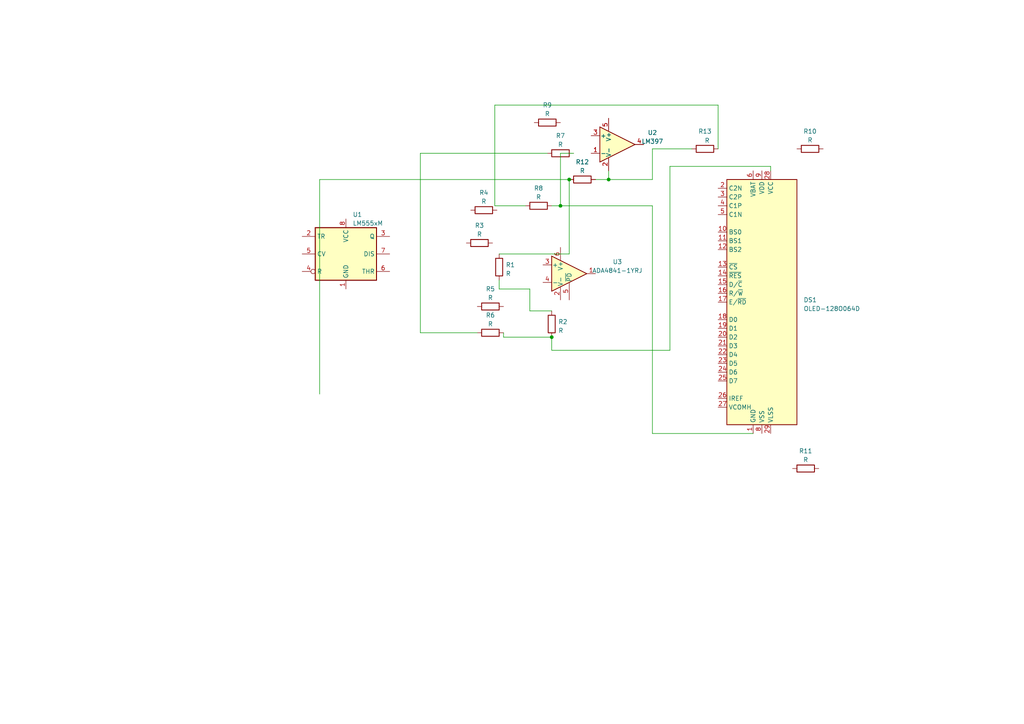
<source format=kicad_sch>
(kicad_sch (version 20231120) (generator "eeschema") (generator_version "8.0")
  (paper "A4")
  (lib_symbols
    (symbol "Amplifier_Operational:ADA4841-1YRJ" (pin_names (offset 0.127))
      (property "Reference" "U" (at 3.81 3.81 0))
      (property "Value" "ADA4841-1YRJ" (at 8.89 -3.81 0))
      (symbol "ADA4841-1YRJ_1_1"
        (polyline (pts (xy -5.08 5.08) (xy 5.08 0) (xy -5.08 -5.08) (xy -5.08 5.08)) (stroke (width 0.254)) (fill (type background)))
        (pin output line (at 7.62 0 180) (length 2.54) (name "~") (number "1"))
        (pin power_in line (at -2.54 -7.62 90) (length 3.81) (name "V-") (number "2"))
        (pin input line (at -7.62 2.54 0) (length 2.54) (name "+") (number "3"))
        (pin input line (at -7.62 -2.54 0) (length 2.54) (name "-") (number "4"))
        (pin input line (at 0 -7.62 90) (length 5.08) (name "~{PD}") (number "5"))
        (pin power_in line (at -2.54 7.62 270) (length 3.81) (name "V+") (number "6"))
      )
    )
    (symbol "Comparator:LM397" (pin_names (offset 0.127))
      (property "Reference" "U" (at 1.27 5.08 0))
      (property "Value" "LM397" (at 3.81 -5.08 0))
      (symbol "LM397_0_1"
        (polyline (pts (xy -5.08 5.08) (xy 5.08 0) (xy -5.08 -5.08) (xy -5.08 5.08)) (stroke (width 0.254)) (fill (type background)))
      )
      (symbol "LM397_1_1"
        (pin input line (at -7.62 -2.54 0) (length 2.54) (name "-") (number "1"))
        (pin power_in line (at -2.54 -7.62 90) (length 3.81) (name "V-") (number "2"))
        (pin input line (at -7.62 2.54 0) (length 2.54) (name "+") (number "3"))
        (pin open_collector line (at 7.62 0 180) (length 2.54) (name "~") (number "4"))
        (pin power_in line (at -2.54 7.62 270) (length 3.81) (name "V+") (number "5"))
      )
    )
    (symbol "Device:R" (pin_numbers hide) (pin_names (offset 0))
      (property "Reference" "R" (at 2.032 0 90))
      (property "Value" "R" (at 0 0 90))
      (symbol "R_0_1"
        (rectangle (start -1.016 -2.54) (end 1.016 2.54) (stroke (width 0.254)))
      )
      (symbol "R_1_1"
        (pin passive line (at 0 3.81 270) (length 1.27) (name "~") (number "1"))
        (pin passive line (at 0 -3.81 90) (length 1.27) (name "~") (number "2"))
      )
    )
    (symbol "Display_Graphic:OLED-128O064D"
      (property "Reference" "DS" (at -10.16 38.1 0))
      (property "Value" "OLED-128O064D" (at 12.7 38.1 0))
      (symbol "OLED-128O064D_0_1"
        (rectangle (start -10.16 35.56) (end 10.16 -35.56) (stroke (width 0.254)) (fill (type background)))
      )
      (symbol "OLED-128O064D_1_1"
        (pin power_in line (at -2.54 -38.1 90) (length 2.54) (name "GND") (number "1"))
        (pin input line (at -12.7 20.32 0) (length 2.54) (name "BS0") (number "10"))
        (pin input line (at -12.7 17.78 0) (length 2.54) (name "BS1") (number "11"))
        (pin input line (at -12.7 15.24 0) (length 2.54) (name "BS2") (number "12"))
        (pin input line (at -12.7 10.16 0) (length 2.54) (name "~{CS}") (number "13"))
        (pin input line (at -12.7 7.62 0) (length 2.54) (name "~{RES}") (number "14"))
        (pin input line (at -12.7 5.08 0) (length 2.54) (name "D/~{C}") (number "15"))
        (pin input line (at -12.7 2.54 0) (length 2.54) (name "R/~{W}") (number "16"))
        (pin input line (at -12.7 0 0) (length 2.54) (name "E/~{RD}") (number "17"))
        (pin bidirectional line (at -12.7 -5.08 0) (length 2.54) (name "D0") (number "18"))
        (pin bidirectional line (at -12.7 -7.62 0) (length 2.54) (name "D1") (number "19"))
        (pin passive line (at -12.7 33.02 0) (length 2.54) (name "C2N") (number "2"))
        (pin bidirectional line (at -12.7 -10.16 0) (length 2.54) (name "D2") (number "20"))
        (pin bidirectional line (at -12.7 -12.7 0) (length 2.54) (name "D3") (number "21"))
        (pin bidirectional line (at -12.7 -15.24 0) (length 2.54) (name "D4") (number "22"))
        (pin bidirectional line (at -12.7 -17.78 0) (length 2.54) (name "D5") (number "23"))
        (pin bidirectional line (at -12.7 -20.32 0) (length 2.54) (name "D6") (number "24"))
        (pin bidirectional line (at -12.7 -22.86 0) (length 2.54) (name "D7") (number "25"))
        (pin passive line (at -12.7 -27.94 0) (length 2.54) (name "IREF") (number "26"))
        (pin passive line (at -12.7 -30.48 0) (length 2.54) (name "VCOMH") (number "27"))
        (pin power_in line (at 2.54 38.1 270) (length 2.54) (name "VCC") (number "28"))
        (pin power_in line (at 2.54 -38.1 90) (length 2.54) (name "VLSS") (number "29"))
        (pin passive line (at -12.7 30.48 0) (length 2.54) (name "C2P") (number "3"))
        (pin passive line (at -2.54 -38.1 90) (length 2.54) hide (name "GND") (number "30"))
        (pin passive line (at -12.7 27.94 0) (length 2.54) (name "C1P") (number "4"))
        (pin passive line (at -12.7 25.4 0) (length 2.54) (name "C1N") (number "5"))
        (pin power_in line (at -2.54 38.1 270) (length 2.54) (name "VBAT") (number "6"))
        (pin no_connect line (at 10.16 0 180) (length 2.54) hide (name "NC") (number "7"))
        (pin power_in line (at 0 -38.1 90) (length 2.54) (name "VSS") (number "8"))
        (pin power_in line (at 0 38.1 270) (length 2.54) (name "VDD") (number "9"))
      )
    )
    (symbol "Timer:LM555xM"
      (property "Reference" "U" (at -10.16 8.89 0))
      (property "Value" "LM555xM" (at 2.54 8.89 0))
      (symbol "LM555xM_0_0"
        (pin power_in line (at 0 -10.16 90) (length 2.54) (name "GND") (number "1"))
        (pin power_in line (at 0 10.16 270) (length 2.54) (name "VCC") (number "8"))
      )
      (symbol "LM555xM_0_1"
        (rectangle (start -8.89 -7.62) (end 8.89 7.62) (stroke (width 0.254)) (fill (type background)))
        (rectangle (start -8.89 -7.62) (end 8.89 7.62) (stroke (width 0.254)) (fill (type background)))
      )
      (symbol "LM555xM_1_1"
        (pin input line (at -12.7 5.08 0) (length 3.81) (name "TR") (number "2"))
        (pin output line (at 12.7 5.08 180) (length 3.81) (name "Q") (number "3"))
        (pin input inverted (at -12.7 -5.08 0) (length 3.81) (name "R") (number "4"))
        (pin input line (at -12.7 0 0) (length 3.81) (name "CV") (number "5"))
        (pin input line (at 12.7 -5.08 180) (length 3.81) (name "THR") (number "6"))
        (pin input line (at 12.7 0 180) (length 3.81) (name "DIS") (number "7"))
      )
    )
  )
  (junction (at 162.56 59.69))
  (junction (at 165.1 52.07))
  (junction (at 176.53 52.07))
  (junction (at 160.02 97.79))
  (wire (pts (xy 189.23 52.07) (xy 176.53 52.07)))
  (wire (pts (xy 162.56 44.45) (xy 162.56 59.69)))
  (wire (pts (xy 176.53 49.53) (xy 176.53 52.07)))
  (wire (pts (xy 121.92 96.52) (xy 121.92 44.45)))
  (wire (pts (xy 92.71 114.3) (xy 92.71 52.07)))
  (wire (pts (xy 143.51 59.69) (xy 152.4 59.69)))
  (wire (pts (xy 153.67 83.82) (xy 153.67 90.17)))
  (wire (pts (xy 218.44 125.73) (xy 189.23 125.73)))
  (wire (pts (xy 166.37 44.45) (xy 162.56 44.45)))
  (wire (pts (xy 208.28 43.18) (xy 208.28 30.48)))
  (wire (pts (xy 189.23 43.18) (xy 189.23 52.07)))
  (wire (pts (xy 121.92 44.45) (xy 158.75 44.45)))
  (wire (pts (xy 144.78 83.82) (xy 153.67 83.82)))
  (wire (pts (xy 153.67 90.17) (xy 160.02 90.17)))
  (wire (pts (xy 223.52 48.26) (xy 223.52 49.53)))
  (wire (pts (xy 189.23 59.69) (xy 162.56 59.69)))
  (wire (pts (xy 200.66 43.18) (xy 189.23 43.18)))
  (wire (pts (xy 172.72 52.07) (xy 176.53 52.07)))
  (wire (pts (xy 144.78 73.66) (xy 165.1 73.66)))
  (wire (pts (xy 92.71 52.07) (xy 165.1 52.07)))
  (wire (pts (xy 165.1 73.66) (xy 165.1 52.07)))
  (wire (pts (xy 160.02 101.6) (xy 160.02 97.79)))
  (wire (pts (xy 144.78 81.28) (xy 144.78 83.82)))
  (wire (pts (xy 143.51 30.48) (xy 143.51 59.69)))
  (wire (pts (xy 223.52 48.26) (xy 194.31 48.26)))
  (wire (pts (xy 162.56 59.69) (xy 160.02 59.69)))
  (wire (pts (xy 189.23 125.73) (xy 189.23 59.69)))
  (wire (pts (xy 194.31 101.6) (xy 160.02 101.6)))
  (wire (pts (xy 194.31 48.26) (xy 194.31 101.6)))
  (wire (pts (xy 160.02 97.79) (xy 146.05 97.79)))
  (wire (pts (xy 208.28 30.48) (xy 143.51 30.48)))
  (wire (pts (xy 138.43 96.52) (xy 121.92 96.52)))
  (wire (pts (xy 146.05 97.79) (xy 146.05 96.52)))
  (symbol (lib_id "Device:R") (at 156.21 59.69 90) (unit 1)
    (property "Reference" "R8" (at 156.21 54.61 90))
    (property "Value" "R" (at 156.21 57.15 90))
    (property "Footprint" "Resistor_SMD:R_0805_2012Metric" (effects (hide yes)))
  )
  (symbol (lib_id "Display_Graphic:OLED-128O064D") (at 220.98 87.63 0) (unit 1)
    (property "Reference" "DS1" (at 233.045 86.995 0) (effects (justify left)))
    (property "Value" "OLED-128O064D" (at 233.045 89.535 0) (effects (justify left)))
    (property "Footprint" "Display:OLED-128O064D" (effects (hide yes)))
    (property "Datasheet" "https://www.vishay.com/docs/37902/oled128o064dbpp3n00000.pdf" (effects (hide yes)))
  )
  (symbol (lib_id "Device:R") (at 140.335 60.96 90) (unit 1)
    (property "Reference" "R4" (at 140.335 55.88 90))
    (property "Value" "R" (at 140.335 58.42 90))
    (property "Footprint" "Resistor_SMD:R_0805_2012Metric" (effects (hide yes)))
  )
  (symbol (lib_id "Device:R") (at 234.95 43.18 90) (unit 1)
    (property "Reference" "R10" (at 234.95 38.1 90))
    (property "Value" "R" (at 234.95 40.64 90))
    (property "Footprint" "Resistor_SMD:R_0805_2012Metric" (effects (hide yes)))
  )
  (symbol (lib_id "Device:R") (at 142.24 96.52 90) (unit 1)
    (property "Reference" "R6" (at 142.24 91.44 90))
    (property "Value" "R" (at 142.24 93.98 90))
    (property "Footprint" "Resistor_SMD:R_0805_2012Metric" (effects (hide yes)))
  )
  (symbol (lib_id "Device:R") (at 160.02 93.98 0) (unit 1)
    (property "Reference" "R2" (at 161.925 93.345 0) (effects (justify left)))
    (property "Value" "R" (at 161.925 95.885 0) (effects (justify left)))
    (property "Footprint" "Resistor_SMD:R_0612_1632Metric" (effects (hide yes)))
  )
  (symbol (lib_id "Device:R") (at 162.56 44.45 90) (unit 1)
    (property "Reference" "R7" (at 162.56 39.37 90))
    (property "Value" "R" (at 162.56 41.91 90))
    (property "Footprint" "Resistor_SMD:R_0805_2012Metric" (effects (hide yes)))
  )
  (symbol (lib_id "Device:R") (at 204.47 43.18 90) (unit 1)
    (property "Reference" "R13" (at 204.47 38.1 90))
    (property "Value" "R" (at 205.105 40.767 90))
    (property "Footprint" "Resistor_SMD:R_0805_2012Metric" (effects (hide yes)))
  )
  (symbol (lib_id "Comparator:LM397") (at 179.07 41.91 0) (unit 1)
    (property "Reference" "U2" (at 189.23 38.4811 0))
    (property "Value" "LM397" (at 189.23 41.0211 0))
    (property "Footprint" "Package_TO_SOT_SMD:SOT-23-5" (effects (hide yes)))
    (property "Datasheet" "http://www.ti.com/lit/ds/symlink/lm397.pdf" (effects (hide yes)))
  )
  (symbol (lib_id "Device:R") (at 144.78 77.47 0) (unit 1)
    (property "Reference" "R1" (at 146.685 76.835 0) (effects (justify left)))
    (property "Value" "R" (at 146.685 79.375 0) (effects (justify left)))
    (property "Footprint" "Resistor_SMD:R_0612_1632Metric" (effects (hide yes)))
  )
  (symbol (lib_id "Device:R") (at 158.75 35.56 90) (unit 1)
    (property "Reference" "R9" (at 158.75 30.48 90))
    (property "Value" "R" (at 158.75 33.02 90))
    (property "Footprint" "Resistor_SMD:R_0805_2012Metric" (effects (hide yes)))
  )
  (symbol (lib_id "Amplifier_Operational:ADA4841-1YRJ") (at 165.1 79.375 0) (unit 1)
    (property "Reference" "U3" (at 179.07 75.9461 0))
    (property "Value" "ADA4841-1YRJ" (at 179.07 78.4861 0))
    (property "Footprint" "Package_TO_SOT_SMD:SOT-23-6" (effects (hide yes)))
    (property "Datasheet" "https://www.analog.com/media/en/technical-documentation/data-sheets/ADA4841-1_4841-2.pdf" (effects (hide yes)))
  )
  (symbol (lib_id "Device:R") (at 139.065 70.485 90) (unit 1)
    (property "Reference" "R3" (at 139.065 65.405 90))
    (property "Value" "R" (at 139.065 67.945 90))
    (property "Footprint" "Resistor_SMD:R_0805_2012Metric" (effects (hide yes)))
  )
  (symbol (lib_id "Device:R") (at 168.91 52.07 90) (unit 1)
    (property "Reference" "R12" (at 168.91 46.99 90))
    (property "Value" "R" (at 168.91 49.53 90))
    (property "Footprint" "Resistor_SMD:R_0805_2012Metric" (effects (hide yes)))
  )
  (symbol (lib_id "Device:R") (at 142.24 88.9 90) (unit 1)
    (property "Reference" "R5" (at 142.24 83.82 90))
    (property "Value" "R" (at 142.24 86.36 90))
    (property "Footprint" "Resistor_SMD:R_0805_2012Metric" (effects (hide yes)))
  )
  (symbol (lib_id "Timer:LM555xM") (at 100.33 73.66 0) (unit 1)
    (property "Reference" "U1" (at 102.2859 62.23 0) (effects (justify left)))
    (property "Value" "LM555xM" (at 102.2859 64.77 0) (effects (justify left)))
    (property "Footprint" "Package_SO:SOIC-8_3.9x4.9mm_P1.27mm" (effects (hide yes)))
    (property "Datasheet" "http://www.ti.com/lit/ds/symlink/lm555.pdf" (effects (hide yes)))
  )
  (symbol (lib_id "Device:R") (at 233.68 135.89 90) (unit 1)
    (property "Reference" "R11" (at 233.68 130.81 90))
    (property "Value" "R" (at 233.68 133.35 90))
    (property "Footprint" "Resistor_SMD:R_0805_2012Metric" (effects (hide yes)))
  )
)
</source>
